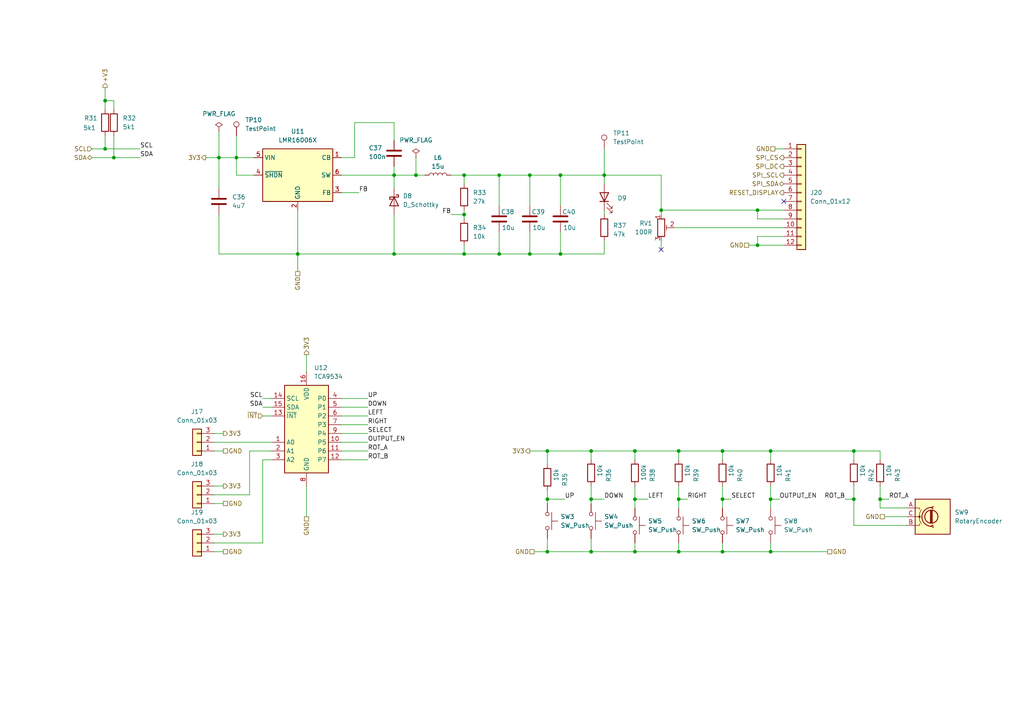
<source format=kicad_sch>
(kicad_sch (version 20250114) (generator "eeschema") (generator_version "9.0")
  (paper "A4")
  (lib_symbols
    (symbol "Connector:TestPoint" (pin_numbers (hide yes)) (pin_names (offset 0.762) (hide yes))
      (property "Reference" "TP" (at 0 6.858 0))
      (property "Value" "TestPoint" (at 0 5.08 0))
      (symbol "TestPoint_0_1"
        (circle (center 0 3.302) (radius 0.762))
      )
      (symbol "TestPoint_1_1"
        (pin passive line (at 0 0 90) (length 2.54) (name "1") (number "1"))
      )
    )
    (symbol "Connector_Generic:Conn_01x03" (pin_names (offset 1.016) (hide yes))
      (property "Reference" "J" (at 0 5.08 0))
      (property "Value" "Conn_01x03" (at 0 -5.08 0))
      (symbol "Conn_01x03_1_1"
        (rectangle (start -1.27 3.81) (end 1.27 -3.81) (stroke (width 0.254)) (fill (type background)))
        (rectangle (start -1.27 2.667) (end 0 2.413) (stroke (width 0.1524)))
        (rectangle (start -1.27 0.127) (end 0 -0.127) (stroke (width 0.1524)))
        (rectangle (start -1.27 -2.413) (end 0 -2.667) (stroke (width 0.1524)))
        (pin passive line (at -5.08 2.54 0) (length 3.81) (name "Pin_1") (number "1"))
        (pin passive line (at -5.08 0 0) (length 3.81) (name "Pin_2") (number "2"))
        (pin passive line (at -5.08 -2.54 0) (length 3.81) (name "Pin_3") (number "3"))
      )
    )
    (symbol "Connector_Generic:Conn_01x12" (pin_names (offset 1.016) (hide yes))
      (property "Reference" "J" (at 0 15.24 0))
      (property "Value" "Conn_01x12" (at 0 -17.78 0))
      (symbol "Conn_01x12_1_1"
        (rectangle (start -1.27 13.97) (end 1.27 -16.51) (stroke (width 0.254)) (fill (type background)))
        (rectangle (start -1.27 12.827) (end 0 12.573) (stroke (width 0.1524)))
        (rectangle (start -1.27 10.287) (end 0 10.033) (stroke (width 0.1524)))
        (rectangle (start -1.27 7.747) (end 0 7.493) (stroke (width 0.1524)))
        (rectangle (start -1.27 5.207) (end 0 4.953) (stroke (width 0.1524)))
        (rectangle (start -1.27 2.667) (end 0 2.413) (stroke (width 0.1524)))
        (rectangle (start -1.27 0.127) (end 0 -0.127) (stroke (width 0.1524)))
        (rectangle (start -1.27 -2.413) (end 0 -2.667) (stroke (width 0.1524)))
        (rectangle (start -1.27 -4.953) (end 0 -5.207) (stroke (width 0.1524)))
        (rectangle (start -1.27 -7.493) (end 0 -7.747) (stroke (width 0.1524)))
        (rectangle (start -1.27 -10.033) (end 0 -10.287) (stroke (width 0.1524)))
        (rectangle (start -1.27 -12.573) (end 0 -12.827) (stroke (width 0.1524)))
        (rectangle (start -1.27 -15.113) (end 0 -15.367) (stroke (width 0.1524)))
        (pin passive line (at -5.08 12.7 0) (length 3.81) (name "Pin_1") (number "1"))
        (pin passive line (at -5.08 10.16 0) (length 3.81) (name "Pin_2") (number "2"))
        (pin passive line (at -5.08 7.62 0) (length 3.81) (name "Pin_3") (number "3"))
        (pin passive line (at -5.08 5.08 0) (length 3.81) (name "Pin_4") (number "4"))
        (pin passive line (at -5.08 2.54 0) (length 3.81) (name "Pin_5") (number "5"))
        (pin passive line (at -5.08 0 0) (length 3.81) (name "Pin_6") (number "6"))
        (pin passive line (at -5.08 -2.54 0) (length 3.81) (name "Pin_7") (number "7"))
        (pin passive line (at -5.08 -5.08 0) (length 3.81) (name "Pin_8") (number "8"))
        (pin passive line (at -5.08 -7.62 0) (length 3.81) (name "Pin_9") (number "9"))
        (pin passive line (at -5.08 -10.16 0) (length 3.81) (name "Pin_10") (number "10"))
        (pin passive line (at -5.08 -12.7 0) (length 3.81) (name "Pin_11") (number "11"))
        (pin passive line (at -5.08 -15.24 0) (length 3.81) (name "Pin_12") (number "12"))
      )
    )
    (symbol "Device:C" (pin_numbers (hide yes)) (pin_names (offset 0.254))
      (property "Reference" "C" (at 0.635 2.54 0))
      (property "Value" "C" (at 0.635 -2.54 0))
      (symbol "C_0_1"
        (polyline (pts (xy -2.032 0.762) (xy 2.032 0.762)) (stroke (width 0.508)))
        (polyline (pts (xy -2.032 -0.762) (xy 2.032 -0.762)) (stroke (width 0.508)))
      )
      (symbol "C_1_1"
        (pin passive line (at 0 3.81 270) (length 2.794) (name "~") (number "1"))
        (pin passive line (at 0 -3.81 90) (length 2.794) (name "~") (number "2"))
      )
    )
    (symbol "Device:D_Schottky" (pin_numbers (hide yes)) (pin_names (offset 1.016) (hide yes))
      (property "Reference" "D" (at 0 2.54 0))
      (property "Value" "D_Schottky" (at 0 -2.54 0))
      (symbol "D_Schottky_0_1"
        (polyline (pts (xy -1.905 0.635) (xy -1.905 1.27) (xy -1.27 1.27) (xy -1.27 -1.27) (xy -0.635 -1.27) (xy -0.635 -0.635)) (stroke (width 0.254)))
        (polyline (pts (xy 1.27 1.27) (xy 1.27 -1.27) (xy -1.27 0) (xy 1.27 1.27)) (stroke (width 0.254)))
        (polyline (pts (xy 1.27 0) (xy -1.27 0)))
      )
      (symbol "D_Schottky_1_1"
        (pin passive line (at -3.81 0 0) (length 2.54) (name "K") (number "1"))
        (pin passive line (at 3.81 0 180) (length 2.54) (name "A") (number "2"))
      )
    )
    (symbol "Device:L" (pin_numbers (hide yes)) (pin_names (offset 1.016) (hide yes))
      (property "Reference" "L" (at -1.27 0 90))
      (property "Value" "L" (at 1.905 0 90))
      (symbol "L_0_1"
        (arc (start 0 2.54) (mid 0.6323 1.905) (end 0 1.27))
        (arc (start 0 1.27) (mid 0.6323 0.635) (end 0 0))
        (arc (start 0 0) (mid 0.6323 -0.635) (end 0 -1.27))
        (arc (start 0 -1.27) (mid 0.6323 -1.905) (end 0 -2.54))
      )
      (symbol "L_1_1"
        (pin passive line (at 0 3.81 270) (length 1.27) (name "1") (number "1"))
        (pin passive line (at 0 -3.81 90) (length 1.27) (name "2") (number "2"))
      )
    )
    (symbol "Device:LED" (pin_numbers (hide yes)) (pin_names (offset 1.016) (hide yes))
      (property "Reference" "D" (at 0 2.54 0))
      (property "Value" "LED" (at 0 -2.54 0))
      (symbol "LED_0_1"
        (polyline (pts (xy -3.048 -0.762) (xy -4.572 -2.286) (xy -3.81 -2.286) (xy -4.572 -2.286) (xy -4.572 -1.524)))
        (polyline (pts (xy -1.778 -0.762) (xy -3.302 -2.286) (xy -2.54 -2.286) (xy -3.302 -2.286) (xy -3.302 -1.524)))
        (polyline (pts (xy -1.27 0) (xy 1.27 0)))
        (polyline (pts (xy -1.27 -1.27) (xy -1.27 1.27)) (stroke (width 0.254)))
        (polyline (pts (xy 1.27 -1.27) (xy 1.27 1.27) (xy -1.27 0) (xy 1.27 -1.27)) (stroke (width 0.254)))
      )
      (symbol "LED_1_1"
        (pin passive line (at -3.81 0 0) (length 2.54) (name "K") (number "1"))
        (pin passive line (at 3.81 0 180) (length 2.54) (name "A") (number "2"))
      )
    )
    (symbol "Device:R" (pin_numbers (hide yes)) (pin_names (offset 0))
      (property "Reference" "R" (at 2.032 0 90))
      (property "Value" "R" (at 0 0 90))
      (symbol "R_0_1"
        (rectangle (start -1.016 -2.54) (end 1.016 2.54) (stroke (width 0.254)))
      )
      (symbol "R_1_1"
        (pin passive line (at 0 3.81 270) (length 1.27) (name "~") (number "1"))
        (pin passive line (at 0 -3.81 90) (length 1.27) (name "~") (number "2"))
      )
    )
    (symbol "Device:R_Potentiometer_Trim" (pin_names (offset 1.016) (hide yes))
      (property "Reference" "RV" (at -4.445 0 90))
      (property "Value" "R_Potentiometer_Trim" (at -2.54 0 90))
      (symbol "R_Potentiometer_Trim_0_1"
        (rectangle (start 1.016 2.54) (end -1.016 -2.54) (stroke (width 0.254)))
        (polyline (pts (xy 1.524 0.762) (xy 1.524 -0.762)))
        (polyline (pts (xy 2.54 0) (xy 1.524 0)))
      )
      (symbol "R_Potentiometer_Trim_1_1"
        (pin passive line (at 0 3.81 270) (length 1.27) (name "1") (number "1"))
        (pin passive line (at 0 -3.81 90) (length 1.27) (name "3") (number "3"))
        (pin passive line (at 3.81 0 180) (length 1.27) (name "2") (number "2"))
      )
    )
    (symbol "Device:RotaryEncoder" (pin_names (offset 0.254) (hide yes))
      (property "Reference" "SW" (at 0 6.604 0))
      (property "Value" "RotaryEncoder" (at 0 -6.604 0))
      (symbol "RotaryEncoder_0_1"
        (rectangle (start -5.08 5.08) (end 5.08 -5.08) (stroke (width 0.254)) (fill (type background)))
        (polyline (pts (xy -5.08 2.54) (xy -3.81 2.54) (xy -3.81 2.032)))
        (polyline (pts (xy -5.08 0) (xy -3.81 0) (xy -3.81 -1.016) (xy -3.302 -2.032)))
        (polyline (pts (xy -5.08 -2.54) (xy -3.81 -2.54) (xy -3.81 -2.032)))
        (polyline (pts (xy -4.318 0) (xy -3.81 0) (xy -3.81 1.016) (xy -3.302 2.032)))
        (circle (center -3.81 0) (radius 0.254) (fill (type outline)))
        (polyline (pts (xy -0.635 -1.778) (xy -0.635 1.778)) (stroke (width 0.254)))
        (circle (center -0.381 0) (radius 1.905) (stroke (width 0.254)))
        (polyline (pts (xy -0.381 -1.778) (xy -0.381 1.778)) (stroke (width 0.254)))
        (arc (start -0.381 -2.794) (mid -3.0988 -0.0635) (end -0.381 2.667) (stroke (width 0.254)))
        (polyline (pts (xy -0.127 1.778) (xy -0.127 -1.778)) (stroke (width 0.254)))
        (polyline (pts (xy 0.254 2.921) (xy -0.508 2.667) (xy 0.127 2.286)) (stroke (width 0.254)))
        (polyline (pts (xy 0.254 -3.048) (xy -0.508 -2.794) (xy 0.127 -2.413)) (stroke (width 0.254)))
      )
      (symbol "RotaryEncoder_1_1"
        (pin passive line (at -7.62 2.54 0) (length 2.54) (name "A") (number "A"))
        (pin passive line (at -7.62 0 0) (length 2.54) (name "C") (number "C"))
        (pin passive line (at -7.62 -2.54 0) (length 2.54) (name "B") (number "B"))
      )
    )
    (symbol "Interface_Expansion:TCA9534"
      (property "Reference" "U" (at -6.35 12.7 0))
      (property "Value" "TCA9534" (at 2.54 12.7 0))
      (symbol "TCA9534_0_1"
        (rectangle (start -6.35 -13.97) (end 6.35 11.43) (stroke (width 0.254)) (fill (type background)))
      )
      (symbol "TCA9534_1_1"
        (pin input line (at -10.16 7.62 0) (length 3.81) (name "SCL") (number "14"))
        (pin bidirectional line (at -10.16 5.08 0) (length 3.81) (name "SDA") (number "15"))
        (pin open_collector line (at -10.16 2.54 0) (length 3.81) (name "~{INT}") (number "13"))
        (pin input line (at -10.16 -5.08 0) (length 3.81) (name "A0") (number "1"))
        (pin input line (at -10.16 -7.62 0) (length 3.81) (name "A1") (number "2"))
        (pin input line (at -10.16 -10.16 0) (length 3.81) (name "A2") (number "3"))
        (pin power_in line (at 0 15.24 270) (length 3.81) (name "VDD") (number "16"))
        (pin power_in line (at 0 -17.78 90) (length 3.81) (name "GND") (number "8"))
        (pin bidirectional line (at 10.16 7.62 180) (length 3.81) (name "P0") (number "4"))
        (pin bidirectional line (at 10.16 5.08 180) (length 3.81) (name "P1") (number "5"))
        (pin bidirectional line (at 10.16 2.54 180) (length 3.81) (name "P2") (number "6"))
        (pin bidirectional line (at 10.16 0 180) (length 3.81) (name "P3") (number "7"))
        (pin bidirectional line (at 10.16 -2.54 180) (length 3.81) (name "P4") (number "9"))
        (pin bidirectional line (at 10.16 -5.08 180) (length 3.81) (name "P5") (number "10"))
        (pin bidirectional line (at 10.16 -7.62 180) (length 3.81) (name "P6") (number "11"))
        (pin bidirectional line (at 10.16 -10.16 180) (length 3.81) (name "P7") (number "12"))
      )
    )
    (symbol "Prj_dcdc_converter:LMR16006X"
      (property "Reference" "U" (at 1.778 -1.524 0))
      (property "Value" "LMR16006X" (at -4.826 -1.524 0))
      (symbol "LMR16006X_0_1"
        (rectangle (start -10.16 -2.54) (end 10.16 -17.78) (stroke (width 0.254)) (fill (type background)))
      )
      (symbol "LMR16006X_1_1"
        (pin power_in line (at -12.7 -5.08 0) (length 2.54) (name "VIN") (number "5"))
        (pin input line (at -12.7 -10.16 0) (length 2.54) (name "~{SHDN}") (number "4"))
        (pin power_in line (at 0 -20.32 90) (length 2.54) (name "GND") (number "2"))
        (pin input line (at 12.7 -5.08 180) (length 2.54) (name "CB") (number "1"))
        (pin output line (at 12.7 -10.16 180) (length 2.54) (name "SW") (number "6"))
        (pin input line (at 12.7 -15.24 180) (length 2.54) (name "FB") (number "3"))
      )
    )
    (symbol "Switch:SW_Push" (pin_numbers (hide yes)) (pin_names (offset 1.016) (hide yes))
      (property "Reference" "SW" (at 1.27 2.54 0))
      (property "Value" "SW_Push" (at 0 -1.524 0))
      (symbol "SW_Push_0_1"
        (circle (center -2.032 0) (radius 0.508))
        (polyline (pts (xy 0 1.27) (xy 0 3.048)))
        (circle (center 2.032 0) (radius 0.508))
        (polyline (pts (xy 2.54 1.27) (xy -2.54 1.27)))
        (pin passive line (at -5.08 0 0) (length 2.54) (name "1") (number "1"))
        (pin passive line (at 5.08 0 180) (length 2.54) (name "2") (number "2"))
      )
    )
    (symbol "power:PWR_FLAG" (power) (pin_numbers (hide yes)) (pin_names (offset 0) (hide yes))
      (property "Value" "PWR_FLAG" (at 0 3.81 0))
      (symbol "PWR_FLAG_0_0"
        (pin power_out line (at 0 0 90) (length 0) (name "~") (number "1"))
      )
      (symbol "PWR_FLAG_0_1"
        (polyline (pts (xy 0 0) (xy 0 1.27) (xy -1.016 1.905) (xy 0 2.54) (xy 1.016 1.905) (xy 0 1.27)))
      )
    )
  )
  (junction (at 33.02 45.72))
  (junction (at 171.45 160.02))
  (junction (at 247.65 130.81))
  (junction (at 144.78 73.66))
  (junction (at 158.75 160.02))
  (junction (at 134.62 50.8))
  (junction (at 171.45 144.78))
  (junction (at 144.78 50.8))
  (junction (at 247.65 144.78))
  (junction (at 171.45 130.81))
  (junction (at 196.85 144.78))
  (junction (at 196.85 130.81))
  (junction (at 219.71 60.96))
  (junction (at 114.3 50.8))
  (junction (at 86.36 73.66))
  (junction (at 209.55 144.78))
  (junction (at 120.65 50.8))
  (junction (at 209.55 160.02))
  (junction (at 223.52 144.78))
  (junction (at 184.15 160.02))
  (junction (at 219.71 71.12))
  (junction (at 191.77 60.96))
  (junction (at 184.15 130.81))
  (junction (at 158.75 130.81))
  (junction (at 134.62 73.66))
  (junction (at 223.52 160.02))
  (junction (at 30.48 43.18))
  (junction (at 184.15 144.78))
  (junction (at 209.55 130.81))
  (junction (at 196.85 160.02))
  (junction (at 68.58 45.72))
  (junction (at 175.26 50.8))
  (junction (at 153.67 73.66))
  (junction (at 63.5 45.72))
  (junction (at 114.3 73.66))
  (junction (at 162.56 50.8))
  (junction (at 30.48 29.21))
  (junction (at 162.56 73.66))
  (junction (at 255.27 144.78))
  (junction (at 158.75 144.78))
  (junction (at 223.52 130.81))
  (junction (at 153.67 50.8))
  (junction (at 134.62 62.23))
  (no_connect (at 191.77 72.39))
  (no_connect (at 227.33 58.42))
  (wire (pts (xy 209.55 144.78) (xy 212.09 144.78)))
  (wire (pts (xy 223.52 144.78) (xy 223.52 147.32)))
  (wire (pts (xy 72.39 130.81) (xy 78.74 130.81)))
  (wire (pts (xy 86.36 60.96) (xy 86.36 73.66)))
  (wire (pts (xy 114.3 35.56) (xy 114.3 40.64)))
  (wire (pts (xy 120.65 50.8) (xy 123.19 50.8)))
  (wire (pts (xy 158.75 156.21) (xy 158.75 160.02)))
  (wire (pts (xy 175.26 50.8) (xy 191.77 50.8)))
  (wire (pts (xy 30.48 25.4) (xy 30.48 29.21)))
  (wire (pts (xy 223.52 130.81) (xy 223.52 133.35)))
  (wire (pts (xy 86.36 78.74) (xy 86.36 73.66)))
  (wire (pts (xy 262.89 147.32) (xy 255.27 147.32)))
  (wire (pts (xy 76.2 115.57) (xy 78.74 115.57)))
  (wire (pts (xy 63.5 38.1) (xy 63.5 45.72)))
  (wire (pts (xy 62.23 143.51) (xy 72.39 143.51)))
  (wire (pts (xy 171.45 156.21) (xy 171.45 160.02)))
  (wire (pts (xy 184.15 160.02) (xy 196.85 160.02)))
  (wire (pts (xy 62.23 154.94) (xy 64.77 154.94)))
  (wire (pts (xy 227.33 68.58) (xy 219.71 68.58)))
  (wire (pts (xy 223.52 144.78) (xy 226.06 144.78)))
  (wire (pts (xy 171.45 130.81) (xy 184.15 130.81)))
  (wire (pts (xy 158.75 144.78) (xy 158.75 146.05)))
  (wire (pts (xy 209.55 130.81) (xy 223.52 130.81)))
  (wire (pts (xy 120.65 45.72) (xy 120.65 50.8)))
  (wire (pts (xy 134.62 50.8) (xy 144.78 50.8)))
  (wire (pts (xy 191.77 72.39) (xy 191.77 69.85)))
  (wire (pts (xy 171.45 130.81) (xy 171.45 133.35)))
  (wire (pts (xy 171.45 140.97) (xy 171.45 144.78)))
  (wire (pts (xy 196.85 160.02) (xy 209.55 160.02)))
  (wire (pts (xy 76.2 157.48) (xy 62.23 157.48)))
  (wire (pts (xy 134.62 60.96) (xy 134.62 62.23)))
  (wire (pts (xy 88.9 102.87) (xy 88.9 107.95)))
  (wire (pts (xy 130.81 62.23) (xy 134.62 62.23)))
  (wire (pts (xy 191.77 60.96) (xy 191.77 62.23)))
  (wire (pts (xy 158.75 130.81) (xy 158.75 134.62)))
  (wire (pts (xy 76.2 133.35) (xy 76.2 157.48)))
  (wire (pts (xy 114.3 50.8) (xy 120.65 50.8)))
  (wire (pts (xy 223.52 157.48) (xy 223.52 160.02)))
  (wire (pts (xy 63.5 62.23) (xy 63.5 73.66)))
  (wire (pts (xy 184.15 157.48) (xy 184.15 160.02)))
  (wire (pts (xy 219.71 63.5) (xy 227.33 63.5)))
  (wire (pts (xy 73.66 50.8) (xy 68.58 50.8)))
  (wire (pts (xy 33.02 39.37) (xy 33.02 45.72)))
  (wire (pts (xy 63.5 73.66) (xy 86.36 73.66)))
  (wire (pts (xy 134.62 71.12) (xy 134.62 73.66)))
  (wire (pts (xy 88.9 140.97) (xy 88.9 149.86)))
  (wire (pts (xy 196.85 140.97) (xy 196.85 144.78)))
  (wire (pts (xy 175.26 73.66) (xy 175.26 69.85)))
  (wire (pts (xy 106.68 120.65) (xy 99.06 120.65)))
  (wire (pts (xy 175.26 43.18) (xy 175.26 50.8)))
  (wire (pts (xy 223.52 130.81) (xy 247.65 130.81)))
  (wire (pts (xy 255.27 140.97) (xy 255.27 144.78)))
  (wire (pts (xy 106.68 130.81) (xy 99.06 130.81)))
  (wire (pts (xy 153.67 67.31) (xy 153.67 73.66)))
  (wire (pts (xy 62.23 146.05) (xy 64.77 146.05)))
  (wire (pts (xy 219.71 60.96) (xy 219.71 63.5)))
  (wire (pts (xy 163.83 144.78) (xy 158.75 144.78)))
  (wire (pts (xy 162.56 50.8) (xy 175.26 50.8)))
  (wire (pts (xy 191.77 60.96) (xy 219.71 60.96)))
  (wire (pts (xy 114.3 73.66) (xy 134.62 73.66)))
  (wire (pts (xy 196.85 144.78) (xy 199.39 144.78)))
  (wire (pts (xy 114.3 62.23) (xy 114.3 73.66)))
  (wire (pts (xy 144.78 50.8) (xy 144.78 59.69)))
  (wire (pts (xy 196.85 157.48) (xy 196.85 160.02)))
  (wire (pts (xy 224.79 43.18) (xy 227.33 43.18)))
  (wire (pts (xy 78.74 133.35) (xy 76.2 133.35)))
  (wire (pts (xy 262.89 152.4) (xy 247.65 152.4)))
  (wire (pts (xy 217.17 71.12) (xy 219.71 71.12)))
  (wire (pts (xy 162.56 67.31) (xy 162.56 73.66)))
  (wire (pts (xy 106.68 128.27) (xy 99.06 128.27)))
  (wire (pts (xy 162.56 50.8) (xy 162.56 59.69)))
  (wire (pts (xy 134.62 63.5) (xy 134.62 62.23)))
  (wire (pts (xy 196.85 130.81) (xy 209.55 130.81)))
  (wire (pts (xy 209.55 140.97) (xy 209.55 144.78)))
  (wire (pts (xy 184.15 130.81) (xy 184.15 133.35)))
  (wire (pts (xy 144.78 50.8) (xy 153.67 50.8)))
  (wire (pts (xy 184.15 144.78) (xy 187.96 144.78)))
  (wire (pts (xy 62.23 125.73) (xy 64.77 125.73)))
  (wire (pts (xy 63.5 45.72) (xy 68.58 45.72)))
  (wire (pts (xy 33.02 31.75) (xy 33.02 29.21)))
  (wire (pts (xy 114.3 73.66) (xy 86.36 73.66)))
  (wire (pts (xy 158.75 160.02) (xy 171.45 160.02)))
  (wire (pts (xy 255.27 147.32) (xy 255.27 144.78)))
  (wire (pts (xy 68.58 39.37) (xy 68.58 45.72)))
  (wire (pts (xy 30.48 39.37) (xy 30.48 43.18)))
  (wire (pts (xy 62.23 140.97) (xy 64.77 140.97)))
  (wire (pts (xy 196.85 144.78) (xy 196.85 147.32)))
  (wire (pts (xy 102.87 45.72) (xy 102.87 35.56)))
  (wire (pts (xy 245.11 144.78) (xy 247.65 144.78)))
  (wire (pts (xy 256.54 149.86) (xy 262.89 149.86)))
  (wire (pts (xy 63.5 45.72) (xy 63.5 54.61)))
  (wire (pts (xy 62.23 130.81) (xy 64.77 130.81)))
  (wire (pts (xy 154.94 160.02) (xy 158.75 160.02)))
  (wire (pts (xy 134.62 73.66) (xy 144.78 73.66)))
  (wire (pts (xy 99.06 50.8) (xy 114.3 50.8)))
  (wire (pts (xy 134.62 50.8) (xy 134.62 53.34)))
  (wire (pts (xy 223.52 160.02) (xy 240.03 160.02)))
  (wire (pts (xy 209.55 160.02) (xy 223.52 160.02)))
  (wire (pts (xy 255.27 144.78) (xy 257.81 144.78)))
  (wire (pts (xy 62.23 160.02) (xy 64.77 160.02)))
  (wire (pts (xy 175.26 60.96) (xy 175.26 62.23)))
  (wire (pts (xy 209.55 130.81) (xy 209.55 133.35)))
  (wire (pts (xy 247.65 152.4) (xy 247.65 144.78)))
  (wire (pts (xy 219.71 71.12) (xy 227.33 71.12)))
  (wire (pts (xy 195.58 66.04) (xy 227.33 66.04)))
  (wire (pts (xy 99.06 45.72) (xy 102.87 45.72)))
  (wire (pts (xy 26.67 43.18) (xy 30.48 43.18)))
  (wire (pts (xy 106.68 133.35) (xy 99.06 133.35)))
  (wire (pts (xy 26.67 45.72) (xy 33.02 45.72)))
  (wire (pts (xy 196.85 133.35) (xy 196.85 130.81)))
  (wire (pts (xy 102.87 35.56) (xy 114.3 35.56)))
  (wire (pts (xy 219.71 68.58) (xy 219.71 71.12)))
  (wire (pts (xy 223.52 140.97) (xy 223.52 144.78)))
  (wire (pts (xy 30.48 29.21) (xy 30.48 31.75)))
  (wire (pts (xy 171.45 144.78) (xy 171.45 146.05)))
  (wire (pts (xy 144.78 73.66) (xy 153.67 73.66)))
  (wire (pts (xy 158.75 142.24) (xy 158.75 144.78)))
  (wire (pts (xy 30.48 43.18) (xy 40.64 43.18)))
  (wire (pts (xy 76.2 120.65) (xy 78.74 120.65)))
  (wire (pts (xy 227.33 60.96) (xy 219.71 60.96)))
  (wire (pts (xy 144.78 67.31) (xy 144.78 73.66)))
  (wire (pts (xy 153.67 50.8) (xy 153.67 59.69)))
  (wire (pts (xy 59.69 45.72) (xy 63.5 45.72)))
  (wire (pts (xy 158.75 130.81) (xy 171.45 130.81)))
  (wire (pts (xy 114.3 50.8) (xy 114.3 54.61)))
  (wire (pts (xy 68.58 50.8) (xy 68.58 45.72)))
  (wire (pts (xy 209.55 157.48) (xy 209.55 160.02)))
  (wire (pts (xy 175.26 50.8) (xy 175.26 53.34)))
  (wire (pts (xy 247.65 130.81) (xy 247.65 133.35)))
  (wire (pts (xy 247.65 140.97) (xy 247.65 144.78)))
  (wire (pts (xy 184.15 140.97) (xy 184.15 144.78)))
  (wire (pts (xy 114.3 48.26) (xy 114.3 50.8)))
  (wire (pts (xy 76.2 118.11) (xy 78.74 118.11)))
  (wire (pts (xy 106.68 123.19) (xy 99.06 123.19)))
  (wire (pts (xy 33.02 45.72) (xy 40.64 45.72)))
  (wire (pts (xy 153.67 130.81) (xy 158.75 130.81)))
  (wire (pts (xy 153.67 73.66) (xy 162.56 73.66)))
  (wire (pts (xy 153.67 50.8) (xy 162.56 50.8)))
  (wire (pts (xy 162.56 73.66) (xy 175.26 73.66)))
  (wire (pts (xy 72.39 143.51) (xy 72.39 130.81)))
  (wire (pts (xy 209.55 144.78) (xy 209.55 147.32)))
  (wire (pts (xy 191.77 50.8) (xy 191.77 60.96)))
  (wire (pts (xy 33.02 29.21) (xy 30.48 29.21)))
  (wire (pts (xy 106.68 115.57) (xy 99.06 115.57)))
  (wire (pts (xy 171.45 160.02) (xy 184.15 160.02)))
  (wire (pts (xy 255.27 133.35) (xy 255.27 130.81)))
  (wire (pts (xy 62.23 128.27) (xy 78.74 128.27)))
  (wire (pts (xy 184.15 144.78) (xy 184.15 147.32)))
  (wire (pts (xy 130.81 50.8) (xy 134.62 50.8)))
  (wire (pts (xy 171.45 144.78) (xy 175.26 144.78)))
  (wire (pts (xy 184.15 130.81) (xy 196.85 130.81)))
  (wire (pts (xy 68.58 45.72) (xy 73.66 45.72)))
  (wire (pts (xy 255.27 130.81) (xy 247.65 130.81)))
  (wire (pts (xy 104.14 55.88) (xy 99.06 55.88)))
  (wire (pts (xy 106.68 118.11) (xy 99.06 118.11)))
  (wire (pts (xy 106.68 125.73) (xy 99.06 125.73)))
  (label "RIGHT" (at 199.39 144.78 0))
  (label "OUTPUT_EN" (at 226.06 144.78 0))
  (label "FB" (at 130.81 62.23 180))
  (label "ROT_B" (at 245.11 144.78 180))
  (label "SELECT" (at 212.09 144.78 0))
  (label "SCL" (at 76.2 115.57 180))
  (label "DOWN" (at 175.26 144.78 0))
  (label "RIGHT" (at 106.68 123.19 0))
  (label "LEFT" (at 187.96 144.78 0))
  (label "LEFT" (at 106.68 120.65 0))
  (label "UP" (at 163.83 144.78 0))
  (label "UP" (at 106.68 115.57 0))
  (label "DOWN" (at 106.68 118.11 0))
  (label "ROT_A" (at 106.68 130.81 0))
  (label "SDA" (at 40.64 45.72 0))
  (label "SELECT" (at 106.68 125.73 0))
  (label "ROT_B" (at 106.68 133.35 0))
  (label "SDA" (at 76.2 118.11 180))
  (label "OUTPUT_EN" (at 106.68 128.27 0))
  (label "SCL" (at 40.64 43.18 0))
  (label "ROT_A" (at 257.81 144.78 0))
  (label "FB" (at 104.14 55.88 0))
  (hierarchical_label "GND" (shape passive) (at 256.54 149.86 180))
  (hierarchical_label "3V3" (shape output) (at 88.9 102.87 90))
  (hierarchical_label "SCL" (shape input) (at 26.67 43.18 180))
  (hierarchical_label "GND" (shape passive) (at 64.77 146.05 0))
  (hierarchical_label "GND" (shape passive) (at 224.79 43.18 180))
  (hierarchical_label "GND" (shape passive) (at 154.94 160.02 180))
  (hierarchical_label "+V3" (shape output) (at 30.48 25.4 90))
  (hierarchical_label "RESET_DISPLAY" (shape output) (at 227.33 55.88 180))
  (hierarchical_label "3V3" (shape output) (at 64.77 154.94 0))
  (hierarchical_label "3V3" (shape output) (at 59.69 45.72 180))
  (hierarchical_label "GND" (shape passive) (at 240.03 160.02 0))
  (hierarchical_label "SDA" (shape bidirectional) (at 26.67 45.72 180))
  (hierarchical_label "SPI_SCL" (shape output) (at 227.33 50.8 180))
  (hierarchical_label "GND" (shape passive) (at 64.77 130.81 0))
  (hierarchical_label "3V3" (shape output) (at 64.77 140.97 0))
  (hierarchical_label "GND" (shape passive) (at 217.17 71.12 180))
  (hierarchical_label "3V3" (shape output) (at 153.67 130.81 180))
  (hierarchical_label "SPI_DC" (shape output) (at 227.33 48.26 180))
  (hierarchical_label "GND" (shape passive) (at 86.36 78.74 270))
  (hierarchical_label "~{INT}" (shape input) (at 76.2 120.65 180))
  (hierarchical_label "GND" (shape passive) (at 64.77 160.02 0))
  (hierarchical_label "SPI_CS" (shape output) (at 227.33 45.72 180))
  (hierarchical_label "GND" (shape passive) (at 88.9 149.86 270))
  (hierarchical_label "3V3" (shape output) (at 64.77 125.73 0))
  (hierarchical_label "SPI_SDA" (shape bidirectional) (at 227.33 53.34 180))
  (symbol (lib_id "Device:R") (at 33.02 35.56 0) (unit 1)
    (property "Reference" "R32" (at 35.56 34.2899 0) (effects (justify left)))
    (property "Value" "5k1" (at 35.56 36.8299 0) (effects (justify left)))
    (property "Description" "Resistor" (effects (hide yes)))
  )
  (symbol (lib_id "Device:D_Schottky") (at 114.3 58.42 270) (unit 1)
    (property "Reference" "D8" (at 116.84 56.8324 90) (effects (justify left)))
    (property "Value" "D_Schottky" (at 116.84 59.3724 90) (effects (justify left)))
    (property "Description" "Schottky diode" (effects (hide yes)))
  )
  (symbol (lib_id "Device:R") (at 209.55 137.16 180) (unit 1)
    (property "Reference" "R40" (at 214.63 135.89 90) (effects (justify left)))
    (property "Value" "10k" (at 212.09 134.62 90) (effects (justify left)))
    (property "Footprint" "Resistor_SMD:R_0402_1005Metric_Pad0.72x0.64mm_HandSolder" (effects (hide yes)))
  )
  (symbol (lib_id "Connector_Generic:Conn_01x03") (at 57.15 143.51 180) (unit 1)
    (property "Reference" "J18" (at 57.15 134.62 0))
    (property "Value" "Conn_01x03" (at 57.15 137.16 0))
    (property "Description" "Generic connector, single row, 01x03, script generated (kicad-library-utils/schlib/autogen/connector/)" (effects (hide yes)))
  )
  (symbol (lib_id "Device:R") (at 196.85 137.16 180) (unit 1)
    (property "Reference" "R39" (at 201.93 135.89 90) (effects (justify left)))
    (property "Value" "10k" (at 199.39 134.62 90) (effects (justify left)))
    (property "Footprint" "Resistor_SMD:R_0402_1005Metric_Pad0.72x0.64mm_HandSolder" (effects (hide yes)))
  )
  (symbol (lib_id "Device:R") (at 158.75 138.43 180) (unit 1)
    (property "Reference" "R35" (at 163.83 137.16 90) (effects (justify left)))
    (property "Value" "10k" (at 161.29 135.89 90) (effects (justify left)))
    (property "Footprint" "Resistor_SMD:R_0402_1005Metric_Pad0.72x0.64mm_HandSolder" (effects (hide yes)))
  )
  (symbol (lib_id "Device:R") (at 171.45 137.16 180) (unit 1)
    (property "Reference" "R36" (at 176.53 135.89 90) (effects (justify left)))
    (property "Value" "10k" (at 173.99 134.62 90) (effects (justify left)))
    (property "Footprint" "Resistor_SMD:R_0402_1005Metric_Pad0.72x0.64mm_HandSolder" (effects (hide yes)))
  )
  (symbol (lib_id "Device:RotaryEncoder") (at 270.51 149.86 0) (unit 1)
    (property "Reference" "SW9" (at 276.86 148.5899 0) (effects (justify left)))
    (property "Value" "RotaryEncoder" (at 276.86 151.1299 0) (effects (justify left)))
    (property "Description" "Rotary encoder, dual channel, incremental quadrate outputs" (effects (hide yes)))
  )
  (symbol (lib_id "Device:R") (at 134.62 57.15 0) (unit 1)
    (property "Reference" "R33" (at 137.16 55.8799 0) (effects (justify left)))
    (property "Value" "27k" (at 137.16 58.4199 0) (effects (justify left)))
    (property "Footprint" "Resistor_SMD:R_0402_1005Metric_Pad0.72x0.64mm_HandSolder" (effects (hide yes)))
  )
  (symbol (lib_id "Switch:SW_Push") (at 223.52 152.4 270) (unit 1)
    (property "Reference" "SW8" (at 227.33 151.1299 90) (effects (justify left)))
    (property "Value" "SW_Push" (at 227.33 153.6699 90) (effects (justify left)))
    (property "Description" "Push button switch, generic, two pins" (effects (hide yes)))
  )
  (symbol (lib_id "Device:C") (at 162.56 63.5 0) (unit 1)
    (property "Reference" "C40" (at 163.068 61.468 0) (effects (justify left)))
    (property "Value" "10u" (at 163.322 66.04 0) (effects (justify left)))
    (property "Description" "Unpolarized capacitor" (effects (hide yes)))
  )
  (symbol (lib_id "Switch:SW_Push") (at 171.45 151.13 270) (unit 1)
    (property "Reference" "SW4" (at 175.26 149.8599 90) (effects (justify left)))
    (property "Value" "SW_Push" (at 175.26 152.3999 90) (effects (justify left)))
    (property "Description" "Push button switch, generic, two pins" (effects (hide yes)))
  )
  (symbol (lib_id "Interface_Expansion:TCA9534") (at 88.9 123.19 0) (unit 1)
    (property "Reference" "U12" (at 91.0941 106.68 0) (effects (justify left)))
    (property "Value" "TCA9534" (at 91.0941 109.22 0) (effects (justify left)))
    (property "Datasheet" "http://www.ti.com/lit/ds/symlink/tca9534.pdf" (effects (hide yes)))
    (property "Description" "8 Bit Port/Expander, I2C SMBUS, Interrupt output, TSSOP-16, SOIC-16" (effects (hide yes)))
  )
  (symbol (lib_id "Device:C") (at 153.67 63.5 0) (unit 1)
    (property "Reference" "C39" (at 154.178 61.468 0) (effects (justify left)))
    (property "Value" "10u" (at 154.432 66.04 0) (effects (justify left)))
    (property "Description" "Unpolarized capacitor" (effects (hide yes)))
  )
  (symbol (lib_id "Device:R") (at 134.62 67.31 0) (unit 1)
    (property "Reference" "R34" (at 137.16 66.0399 0) (effects (justify left)))
    (property "Value" "10k" (at 137.16 68.5799 0) (effects (justify left)))
    (property "Footprint" "Resistor_SMD:R_0402_1005Metric_Pad0.72x0.64mm_HandSolder" (effects (hide yes)))
  )
  (symbol (lib_id "Device:L") (at 127 50.8 90) (unit 1)
    (property "Reference" "L6" (at 127 45.72 90))
    (property "Value" "15u" (at 127 48.26 90))
    (property "Description" "Inductor" (effects (hide yes)))
  )
  (symbol (lib_id "Device:C") (at 144.78 63.5 0) (unit 1)
    (property "Reference" "C38" (at 145.288 61.468 0) (effects (justify left)))
    (property "Value" "10u" (at 145.542 66.04 0) (effects (justify left)))
    (property "Description" "Unpolarized capacitor" (effects (hide yes)))
  )
  (symbol (lib_id "Connector:TestPoint") (at 68.58 39.37 0) (unit 1)
    (property "Reference" "TP10" (at 71.12 34.7979 0) (effects (justify left)))
    (property "Value" "TestPoint" (at 71.12 37.3379 0) (effects (justify left)))
    (property "Description" "test point" (effects (hide yes)))
  )
  (symbol (lib_id "Switch:SW_Push") (at 158.75 151.13 270) (unit 1)
    (property "Reference" "SW3" (at 162.56 149.8599 90) (effects (justify left)))
    (property "Value" "SW_Push" (at 162.56 152.3999 90) (effects (justify left)))
    (property "Description" "Push button switch, generic, two pins" (effects (hide yes)))
  )
  (symbol (lib_id "Connector:TestPoint") (at 175.26 43.18 0) (unit 1)
    (property "Reference" "TP11" (at 177.8 38.6079 0) (effects (justify left)))
    (property "Value" "TestPoint" (at 177.8 41.1479 0) (effects (justify left)))
    (property "Description" "test point" (effects (hide yes)))
  )
  (symbol (lib_id "Device:R") (at 247.65 137.16 180) (unit 1)
    (property "Reference" "R42" (at 252.73 135.89 90) (effects (justify left)))
    (property "Value" "10k" (at 250.19 134.62 90) (effects (justify left)))
    (property "Footprint" "Resistor_SMD:R_0402_1005Metric_Pad0.72x0.64mm_HandSolder" (effects (hide yes)))
  )
  (symbol (lib_id "Prj_dcdc_converter:LMR16006X") (at 86.36 40.64 0) (unit 1)
    (property "Reference" "U11" (at 86.36 38.1 0))
    (property "Value" "LMR16006X" (at 86.36 40.64 0))
    (property "Footprint" "Package_TO_SOT_SMD:TSOT-23-6" (effects (hide yes)))
  )
  (symbol (lib_id "Connector_Generic:Conn_01x03") (at 57.15 128.27 180) (unit 1)
    (property "Reference" "J17" (at 57.15 119.38 0))
    (property "Value" "Conn_01x03" (at 57.15 121.92 0))
    (property "Description" "Generic connector, single row, 01x03, script generated (kicad-library-utils/schlib/autogen/connector/)" (effects (hide yes)))
  )
  (symbol (lib_id "Device:C") (at 114.3 44.45 0) (unit 1)
    (property "Reference" "C37" (at 106.934 42.926 0) (effects (justify left)))
    (property "Value" "100n" (at 106.934 45.466 0) (effects (justify left)))
    (property "Description" "Unpolarized capacitor" (effects (hide yes)))
  )
  (symbol (lib_id "Device:R_Potentiometer_Trim") (at 191.77 66.04 0) (unit 1)
    (property "Reference" "RV1" (at 189.23 64.7699 0) (effects (justify right)))
    (property "Value" "100R" (at 189.23 67.3099 0) (effects (justify right)))
    (property "Description" "Trim-potentiometer" (effects (hide yes)))
  )
  (symbol (lib_id "power:PWR_FLAG") (at 63.5 38.1 0) (unit 1)
    (property "Reference" "#FLG09" (effects (hide yes)))
    (property "Value" "PWR_FLAG" (at 63.5 33.02 0))
    (property "Description" "Special symbol for telling ERC where power comes from" (effects (hide yes)))
  )
  (symbol (lib_id "Switch:SW_Push") (at 184.15 152.4 270) (unit 1)
    (property "Reference" "SW5" (at 187.96 151.1299 90) (effects (justify left)))
    (property "Value" "SW_Push" (at 187.96 153.6699 90) (effects (justify left)))
    (property "Description" "Push button switch, generic, two pins" (effects (hide yes)))
  )
  (symbol (lib_id "Connector_Generic:Conn_01x12") (at 232.41 55.88 0) (unit 1)
    (property "Reference" "J20" (at 234.95 55.8799 0) (effects (justify left)))
    (property "Value" "Conn_01x12" (at 234.95 58.4199 0) (effects (justify left)))
    (property "Description" "Generic connector, single row, 01x12, script generated (kicad-library-utils/schlib/autogen/connector/)" (effects (hide yes)))
  )
  (symbol (lib_id "power:PWR_FLAG") (at 120.65 45.72 0) (unit 1)
    (property "Reference" "#FLG010" (effects (hide yes)))
    (property "Value" "PWR_FLAG" (at 120.65 40.64 0))
    (property "Description" "Special symbol for telling ERC where power comes from" (effects (hide yes)))
  )
  (symbol (lib_id "Switch:SW_Push") (at 209.55 152.4 270) (unit 1)
    (property "Reference" "SW7" (at 213.36 151.1299 90) (effects (justify left)))
    (property "Value" "SW_Push" (at 213.36 153.6699 90) (effects (justify left)))
    (property "Description" "Push button switch, generic, two pins" (effects (hide yes)))
  )
  (symbol (lib_id "Device:R") (at 223.52 137.16 180) (unit 1)
    (property "Reference" "R41" (at 228.6 135.89 90) (effects (justify left)))
    (property "Value" "10k" (at 226.06 134.62 90) (effects (justify left)))
    (property "Footprint" "Resistor_SMD:R_0402_1005Metric_Pad0.72x0.64mm_HandSolder" (effects (hide yes)))
  )
  (symbol (lib_id "Switch:SW_Push") (at 196.85 152.4 270) (unit 1)
    (property "Reference" "SW6" (at 200.66 151.1299 90) (effects (justify left)))
    (property "Value" "SW_Push" (at 200.66 153.6699 90) (effects (justify left)))
    (property "Description" "Push button switch, generic, two pins" (effects (hide yes)))
  )
  (symbol (lib_id "Device:R") (at 30.48 35.56 0) (unit 1)
    (property "Reference" "R31" (at 24.384 34.29 0) (effects (justify left)))
    (property "Value" "5k1" (at 24.13 37.084 0) (effects (justify left)))
    (property "Description" "Resistor" (effects (hide yes)))
  )
  (symbol (lib_id "Connector_Generic:Conn_01x03") (at 57.15 157.48 180) (unit 1)
    (property "Reference" "J19" (at 57.15 148.59 0))
    (property "Value" "Conn_01x03" (at 57.15 151.13 0))
    (property "Description" "Generic connector, single row, 01x03, script generated (kicad-library-utils/schlib/autogen/connector/)" (effects (hide yes)))
  )
  (symbol (lib_id "Device:LED") (at 175.26 57.15 90) (unit 1)
    (property "Reference" "D9" (at 179.07 57.4674 90) (effects (justify right)))
    (property "Value" "XL-1005UGC" (effects (hide yes)))
    (property "Footprint" "Diode_SMD:D_0402_1005Metric_Pad0.77x0.64mm_HandSolder" (effects (hide yes)))
  )
  (symbol (lib_id "Device:R") (at 184.15 137.16 180) (unit 1)
    (property "Reference" "R38" (at 189.23 135.89 90) (effects (justify left)))
    (property "Value" "100k" (at 186.69 134.62 90) (effects (justify left)))
    (property "Footprint" "Resistor_SMD:R_0402_1005Metric_Pad0.72x0.64mm_HandSolder" (effects (hide yes)))
  )
  (symbol (lib_id "Device:R") (at 175.26 66.04 0) (unit 1)
    (property "Reference" "R37" (at 177.8 65.405 0) (effects (justify left)))
    (property "Value" "47k" (at 177.8 67.945 0) (effects (justify left)))
    (property "Footprint" "Resistor_SMD:R_0402_1005Metric_Pad0.72x0.64mm_HandSolder" (effects (hide yes)))
  )
  (symbol (lib_id "Device:C") (at 63.5 58.42 0) (unit 1)
    (property "Reference" "C36" (at 67.31 57.1499 0) (effects (justify left)))
    (property "Value" "4u7" (at 67.31 59.6899 0) (effects (justify left)))
    (property "Description" "Unpolarized capacitor" (effects (hide yes)))
  )
  (symbol (lib_id "Device:R") (at 255.27 137.16 180) (unit 1)
    (property "Reference" "R43" (at 260.35 135.89 90) (effects (justify left)))
    (property "Value" "10k" (at 257.81 134.62 90) (effects (justify left)))
    (property "Footprint" "Resistor_SMD:R_0402_1005Metric_Pad0.72x0.64mm_HandSolder" (effects (hide yes)))
  )
)
</source>
